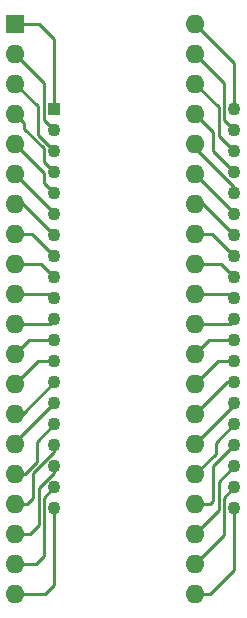
<source format=gtl>
G04 #@! TF.GenerationSoftware,KiCad,Pcbnew,(6.0.4)*
G04 #@! TF.CreationDate,2022-12-30T23:34:26-05:00*
G04 #@! TF.ProjectId,tms7000 n2l adapter,746d7337-3030-4302-906e-326c20616461,rev?*
G04 #@! TF.SameCoordinates,Original*
G04 #@! TF.FileFunction,Copper,L1,Top*
G04 #@! TF.FilePolarity,Positive*
%FSLAX46Y46*%
G04 Gerber Fmt 4.6, Leading zero omitted, Abs format (unit mm)*
G04 Created by KiCad (PCBNEW (6.0.4)) date 2022-12-30 23:34:26*
%MOMM*%
%LPD*%
G01*
G04 APERTURE LIST*
G04 #@! TA.AperFunction,ComponentPad*
%ADD10R,1.600000X1.600000*%
G04 #@! TD*
G04 #@! TA.AperFunction,ComponentPad*
%ADD11O,1.600000X1.600000*%
G04 #@! TD*
G04 #@! TA.AperFunction,ComponentPad*
%ADD12R,1.100000X1.100000*%
G04 #@! TD*
G04 #@! TA.AperFunction,ComponentPad*
%ADD13C,1.100000*%
G04 #@! TD*
G04 #@! TA.AperFunction,Conductor*
%ADD14C,0.250000*%
G04 #@! TD*
G04 APERTURE END LIST*
D10*
X115565000Y-52837000D03*
D11*
X115565000Y-55377000D03*
X115565000Y-57917000D03*
X115565000Y-60457000D03*
X115565000Y-62997000D03*
X115565000Y-65537000D03*
X115565000Y-68077000D03*
X115565000Y-70617000D03*
X115565000Y-73157000D03*
X115565000Y-75697000D03*
X115565000Y-78237000D03*
X115565000Y-80777000D03*
X115565000Y-83317000D03*
X115565000Y-85857000D03*
X115565000Y-88397000D03*
X115565000Y-90937000D03*
X115565000Y-93477000D03*
X115565000Y-96017000D03*
X115565000Y-98557000D03*
X115565000Y-101097000D03*
X130805000Y-101097000D03*
X130805000Y-98557000D03*
X130805000Y-96017000D03*
X130805000Y-93477000D03*
X130805000Y-90937000D03*
X130805000Y-88397000D03*
X130805000Y-85857000D03*
X130805000Y-83317000D03*
X130805000Y-80777000D03*
X130805000Y-78237000D03*
X130805000Y-75697000D03*
X130805000Y-73157000D03*
X130805000Y-70617000D03*
X130805000Y-68077000D03*
X130805000Y-65537000D03*
X130805000Y-62997000D03*
X130805000Y-60457000D03*
X130805000Y-57917000D03*
X130805000Y-55377000D03*
X130805000Y-52837000D03*
D12*
X118872000Y-60071000D03*
D13*
X118872000Y-61849000D03*
X118872000Y-63627000D03*
X118872000Y-65405000D03*
X118872000Y-67183000D03*
X118872000Y-68961000D03*
X118872000Y-70739000D03*
X118872000Y-72517000D03*
X118872000Y-74295000D03*
X118872000Y-76073000D03*
X118872000Y-77851000D03*
X118872000Y-79629000D03*
X118872000Y-81407000D03*
X118872000Y-83185000D03*
X118872000Y-84963000D03*
X118872000Y-86741000D03*
X118872000Y-88519000D03*
X118872000Y-90297000D03*
X118872000Y-92075000D03*
X118872000Y-93853000D03*
X134112000Y-93853000D03*
X134112000Y-92075000D03*
X134112000Y-90297000D03*
X134112000Y-88519000D03*
X134112000Y-86741000D03*
X134112000Y-84963000D03*
X134112000Y-83185000D03*
X134112000Y-81407000D03*
X134112000Y-79629000D03*
X134112000Y-77851000D03*
X134112000Y-76073000D03*
X134112000Y-74295000D03*
X134112000Y-72517000D03*
X134112000Y-70739000D03*
X134112000Y-68961000D03*
X134112000Y-67183000D03*
X134112000Y-65405000D03*
X134112000Y-63627000D03*
X134112000Y-61849000D03*
X134112000Y-60071000D03*
D14*
X115565000Y-52837000D02*
X117607000Y-52837000D01*
X118872000Y-54102000D02*
X118872000Y-60071000D01*
X117607000Y-52837000D02*
X118872000Y-54102000D01*
X115565000Y-55377000D02*
X117997489Y-57809489D01*
X117997489Y-57809489D02*
X117997489Y-60974489D01*
X117997489Y-60974489D02*
X118872000Y-61849000D01*
X115565000Y-57917000D02*
X117469282Y-59821282D01*
X117469282Y-59821282D02*
X117469282Y-62224282D01*
X117469282Y-62224282D02*
X118872000Y-63627000D01*
X117997489Y-64530489D02*
X118872000Y-65405000D01*
X116322000Y-61712717D02*
X117997489Y-63388206D01*
X115565000Y-60457000D02*
X116322000Y-61214000D01*
X117997489Y-63388206D02*
X117997489Y-64530489D01*
X116322000Y-61214000D02*
X116322000Y-61712717D01*
X117997489Y-66308489D02*
X118872000Y-67183000D01*
X117997489Y-65429489D02*
X117997489Y-66308489D01*
X115565000Y-62997000D02*
X117997489Y-65429489D01*
X118872000Y-68844000D02*
X118872000Y-68961000D01*
X115565000Y-65537000D02*
X118872000Y-68844000D01*
X116210000Y-68077000D02*
X115565000Y-68077000D01*
X118872000Y-70739000D02*
X116210000Y-68077000D01*
X115565000Y-70617000D02*
X116972000Y-70617000D01*
X116972000Y-70617000D02*
X118872000Y-72517000D01*
X115565000Y-73157000D02*
X117734000Y-73157000D01*
X117734000Y-73157000D02*
X118872000Y-74295000D01*
X118496000Y-75697000D02*
X118872000Y-76073000D01*
X115565000Y-75697000D02*
X118496000Y-75697000D01*
X118486000Y-78237000D02*
X118872000Y-77851000D01*
X115565000Y-78237000D02*
X118486000Y-78237000D01*
X116713000Y-79629000D02*
X115565000Y-80777000D01*
X118872000Y-79629000D02*
X116713000Y-79629000D01*
X117475000Y-81407000D02*
X115565000Y-83317000D01*
X118872000Y-81407000D02*
X117475000Y-81407000D01*
X118872000Y-83185000D02*
X116200000Y-85857000D01*
X116200000Y-85857000D02*
X115565000Y-85857000D01*
X118872000Y-84963000D02*
X115565000Y-88270000D01*
X115565000Y-88270000D02*
X115565000Y-88397000D01*
X116359537Y-90937000D02*
X115565000Y-90937000D01*
X118872000Y-86741000D02*
X117364268Y-88248732D01*
X117364268Y-89932268D02*
X116359537Y-90937000D01*
X117364268Y-88248732D02*
X117364268Y-89932268D01*
X116591000Y-93467000D02*
X117098449Y-92959551D01*
X118872000Y-89060254D02*
X117098449Y-90833805D01*
X116591000Y-93477000D02*
X116591000Y-93467000D01*
X116591000Y-93477000D02*
X115565000Y-93477000D01*
X118872000Y-88519000D02*
X118872000Y-89060254D01*
X117098449Y-90833805D02*
X117098449Y-92959551D01*
X118872000Y-90297000D02*
X118872000Y-90838254D01*
X117547969Y-95250000D02*
X116780969Y-96017000D01*
X118872000Y-90838254D02*
X117547969Y-92162285D01*
X116780969Y-96017000D02*
X115565000Y-96017000D01*
X117547969Y-92162285D02*
X117547969Y-95250000D01*
X117343000Y-98557000D02*
X115565000Y-98557000D01*
X118872000Y-92075000D02*
X117997489Y-92949511D01*
X117997489Y-92949511D02*
X117997489Y-97902511D01*
X117997489Y-97902511D02*
X117343000Y-98557000D01*
X118872000Y-100330000D02*
X118105000Y-101097000D01*
X118105000Y-101097000D02*
X115565000Y-101097000D01*
X118872000Y-93853000D02*
X118872000Y-100330000D01*
X130805000Y-101097000D02*
X132075000Y-101097000D01*
X132075000Y-101097000D02*
X134112000Y-99060000D01*
X134112000Y-99060000D02*
X134112000Y-93853000D01*
X133237489Y-96124511D02*
X133237489Y-92949511D01*
X133237489Y-92949511D02*
X134112000Y-92075000D01*
X130805000Y-98557000D02*
X133237489Y-96124511D01*
X132787969Y-94034031D02*
X132787969Y-91621031D01*
X132787969Y-91621031D02*
X134112000Y-90297000D01*
X130805000Y-96017000D02*
X132787969Y-94034031D01*
X132075000Y-93477000D02*
X132338449Y-93213551D01*
X132338449Y-90292551D02*
X134112000Y-88519000D01*
X132338449Y-93213551D02*
X132338449Y-90292551D01*
X130805000Y-93477000D02*
X132075000Y-93477000D01*
X130805000Y-90937000D02*
X132524500Y-89217500D01*
X132524500Y-88328500D02*
X134112000Y-86741000D01*
X132524500Y-89217500D02*
X132524500Y-88328500D01*
X134112000Y-85090000D02*
X134112000Y-84963000D01*
X130805000Y-88397000D02*
X134112000Y-85090000D01*
X130805000Y-85857000D02*
X133477000Y-83185000D01*
X133477000Y-83185000D02*
X134112000Y-83185000D01*
X130805000Y-83317000D02*
X132715000Y-81407000D01*
X132715000Y-81407000D02*
X134112000Y-81407000D01*
X130805000Y-80777000D02*
X131953000Y-79629000D01*
X131953000Y-79629000D02*
X134112000Y-79629000D01*
X133726000Y-78237000D02*
X134112000Y-77851000D01*
X130805000Y-78237000D02*
X133726000Y-78237000D01*
X130805000Y-75697000D02*
X133736000Y-75697000D01*
X133736000Y-75697000D02*
X134112000Y-76073000D01*
X130805000Y-73157000D02*
X132974000Y-73157000D01*
X132974000Y-73157000D02*
X134112000Y-74295000D01*
X130805000Y-70617000D02*
X132212000Y-70617000D01*
X132212000Y-70617000D02*
X134112000Y-72517000D01*
X130805000Y-68077000D02*
X131577000Y-68077000D01*
X131577000Y-68204000D02*
X134112000Y-70739000D01*
X131577000Y-68077000D02*
X131577000Y-68204000D01*
X130805000Y-65537000D02*
X134112000Y-68844000D01*
X134112000Y-68844000D02*
X134112000Y-68961000D01*
X130805000Y-63334746D02*
X134112000Y-66641746D01*
X134112000Y-66641746D02*
X134112000Y-67183000D01*
X130805000Y-62997000D02*
X130805000Y-63334746D01*
X132324000Y-63617000D02*
X134112000Y-65405000D01*
X130805000Y-60457000D02*
X132324000Y-61976000D01*
X132324000Y-61976000D02*
X132324000Y-63617000D01*
X132787969Y-62302969D02*
X134112000Y-63627000D01*
X132787969Y-59899969D02*
X132787969Y-62302969D01*
X130805000Y-57917000D02*
X132787969Y-59899969D01*
X133237489Y-60974489D02*
X134112000Y-61849000D01*
X130805000Y-55377000D02*
X133237489Y-57809489D01*
X133237489Y-57809489D02*
X133237489Y-60974489D01*
X130805000Y-52837000D02*
X134112000Y-56144000D01*
X134112000Y-56144000D02*
X134112000Y-60071000D01*
M02*

</source>
